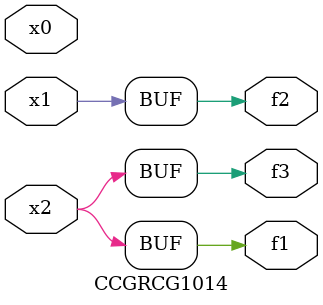
<source format=v>
module CCGRCG1014(
	input x0, x1, x2,
	output f1, f2, f3
);
	assign f1 = x2;
	assign f2 = x1;
	assign f3 = x2;
endmodule

</source>
